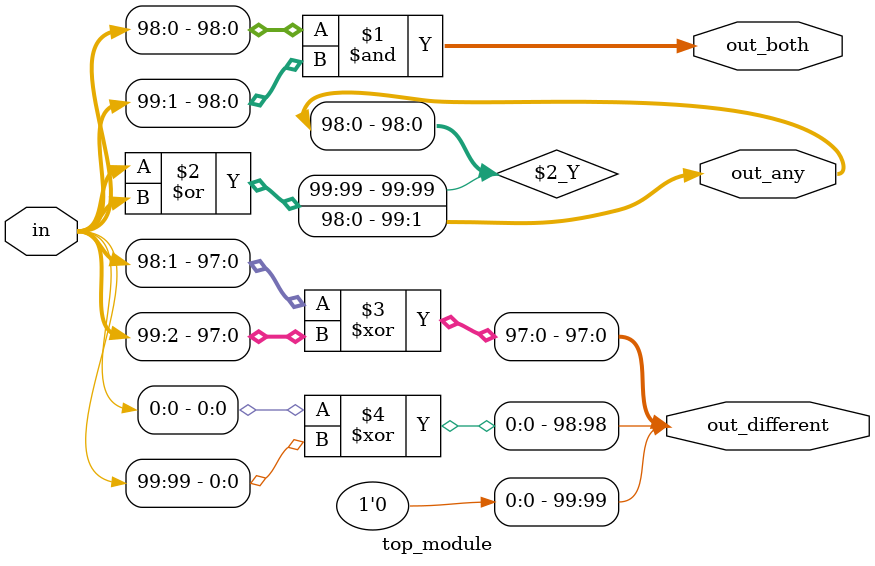
<source format=sv>
module top_module (
    input [99:0] in,
    output [98:0] out_both,
    output [99:1] out_any,
    output [99:0] out_different
);

    // Generate out_both signal by performing bit-wise AND operation between the two input signals
    assign out_both = in[98:0] & in[99:1];

    // Generate out_any signal by performing bit-wise OR operation between the two input signals
    assign out_any = in | in;

    // Generate out_different signal by performing bit-wise XOR operation between the two input signals
    assign out_different = {in[0] ^ in[99], in[98:1] ^ in[99:2]};
    
endmodule

</source>
